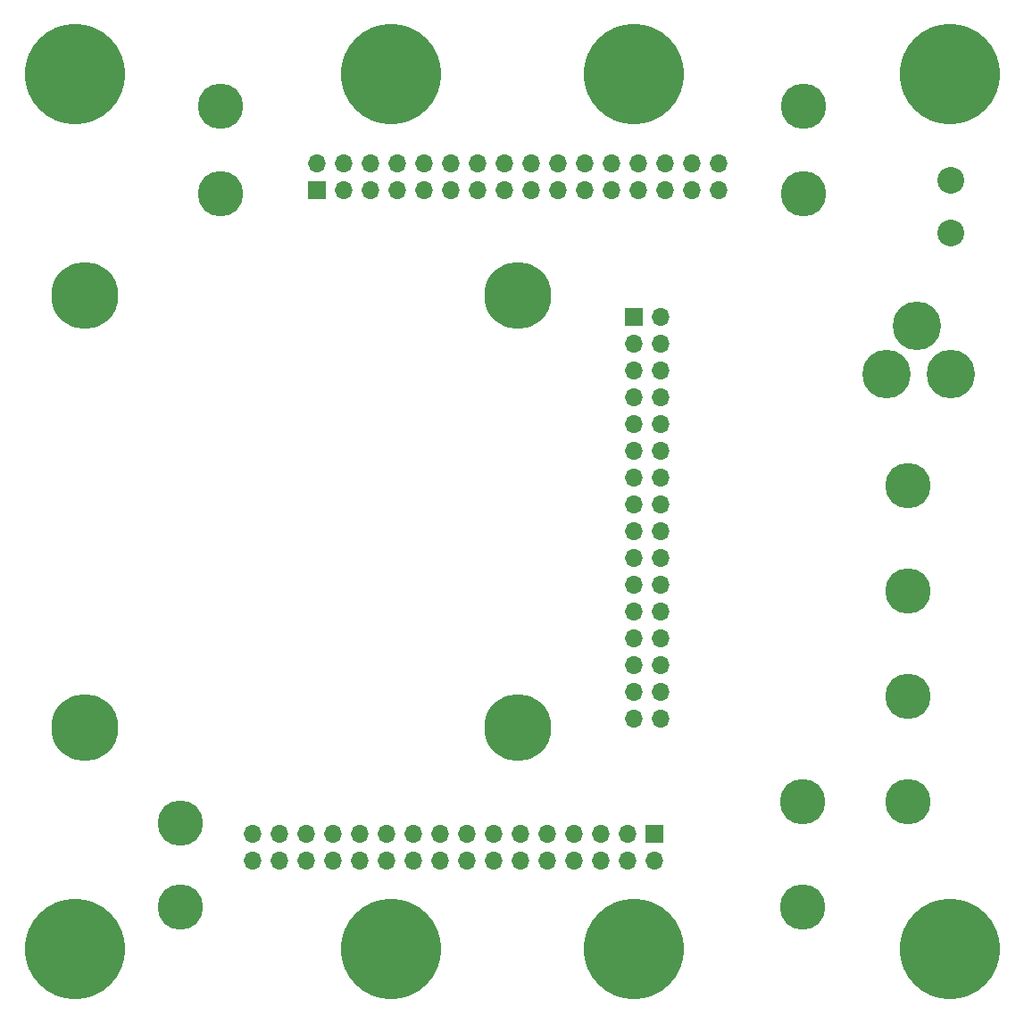
<source format=gbr>
G04 #@! TF.FileFunction,Soldermask,Bot*
%FSLAX46Y46*%
G04 Gerber Fmt 4.6, Leading zero omitted, Abs format (unit mm)*
G04 Created by KiCad (PCBNEW (after 2015-mar-04 BZR unknown)-product) date 6/9/2017 2:58:02 PM*
%MOMM*%
G01*
G04 APERTURE LIST*
%ADD10C,0.150000*%
%ADD11C,9.525000*%
%ADD12C,6.350000*%
%ADD13C,2.540000*%
%ADD14C,4.300000*%
%ADD15C,4.600000*%
%ADD16R,1.700000X1.700000*%
%ADD17O,1.700000X1.700000*%
G04 APERTURE END LIST*
D10*
D11*
X16000000Y-16000000D03*
X99000000Y-16000000D03*
X16000000Y-99000000D03*
X99000000Y-99000000D03*
D12*
X17000000Y-37000000D03*
X58000000Y-37000000D03*
X17000000Y-78000000D03*
X58000000Y-78000000D03*
D13*
X99060000Y-26035000D03*
X99060000Y-31035000D03*
D14*
X95000000Y-85000000D03*
X95000000Y-75000000D03*
X85000000Y-95000000D03*
X85000000Y-85000000D03*
X95000000Y-55000000D03*
X95000000Y-65000000D03*
X85090000Y-19050000D03*
X85090000Y-27305000D03*
D15*
X99060000Y-44450000D03*
X92960000Y-44450000D03*
X95860000Y-39850000D03*
D14*
X26000000Y-95000000D03*
X26000000Y-87000000D03*
X29845000Y-19050000D03*
X29845000Y-27305000D03*
D11*
X69000000Y-99000000D03*
X69000000Y-16000000D03*
D16*
X69000000Y-39000000D03*
D17*
X71540000Y-39000000D03*
X69000000Y-41540000D03*
X71540000Y-41540000D03*
X69000000Y-44080000D03*
X71540000Y-44080000D03*
X69000000Y-46620000D03*
X71540000Y-46620000D03*
X69000000Y-49160000D03*
X71540000Y-49160000D03*
X69000000Y-51700000D03*
X71540000Y-51700000D03*
X69000000Y-54240000D03*
X71540000Y-54240000D03*
X69000000Y-56780000D03*
X71540000Y-56780000D03*
X69000000Y-59320000D03*
X71540000Y-59320000D03*
X69000000Y-61860000D03*
X71540000Y-61860000D03*
X69000000Y-64400000D03*
X71540000Y-64400000D03*
X69000000Y-66940000D03*
X71540000Y-66940000D03*
X69000000Y-69480000D03*
X71540000Y-69480000D03*
X69000000Y-72020000D03*
X71540000Y-72020000D03*
X69000000Y-74560000D03*
X71540000Y-74560000D03*
X69000000Y-77100000D03*
X71540000Y-77100000D03*
D16*
X39000000Y-27000000D03*
D17*
X39000000Y-24460000D03*
X41540000Y-27000000D03*
X41540000Y-24460000D03*
X44080000Y-27000000D03*
X44080000Y-24460000D03*
X46620000Y-27000000D03*
X46620000Y-24460000D03*
X49160000Y-27000000D03*
X49160000Y-24460000D03*
X51700000Y-27000000D03*
X51700000Y-24460000D03*
X54240000Y-27000000D03*
X54240000Y-24460000D03*
X56780000Y-27000000D03*
X56780000Y-24460000D03*
X59320000Y-27000000D03*
X59320000Y-24460000D03*
X61860000Y-27000000D03*
X61860000Y-24460000D03*
X64400000Y-27000000D03*
X64400000Y-24460000D03*
X66940000Y-27000000D03*
X66940000Y-24460000D03*
X69480000Y-27000000D03*
X69480000Y-24460000D03*
X72020000Y-27000000D03*
X72020000Y-24460000D03*
X74560000Y-27000000D03*
X74560000Y-24460000D03*
X77100000Y-27000000D03*
X77100000Y-24460000D03*
D16*
X71000000Y-88000000D03*
D17*
X71000000Y-90540000D03*
X68460000Y-88000000D03*
X68460000Y-90540000D03*
X65920000Y-88000000D03*
X65920000Y-90540000D03*
X63380000Y-88000000D03*
X63380000Y-90540000D03*
X60840000Y-88000000D03*
X60840000Y-90540000D03*
X58300000Y-88000000D03*
X58300000Y-90540000D03*
X55760000Y-88000000D03*
X55760000Y-90540000D03*
X53220000Y-88000000D03*
X53220000Y-90540000D03*
X50680000Y-88000000D03*
X50680000Y-90540000D03*
X48140000Y-88000000D03*
X48140000Y-90540000D03*
X45600000Y-88000000D03*
X45600000Y-90540000D03*
X43060000Y-88000000D03*
X43060000Y-90540000D03*
X40520000Y-88000000D03*
X40520000Y-90540000D03*
X37980000Y-88000000D03*
X37980000Y-90540000D03*
X35440000Y-88000000D03*
X35440000Y-90540000D03*
X32900000Y-88000000D03*
X32900000Y-90540000D03*
D11*
X46000000Y-99000000D03*
X46000000Y-16000000D03*
M02*

</source>
